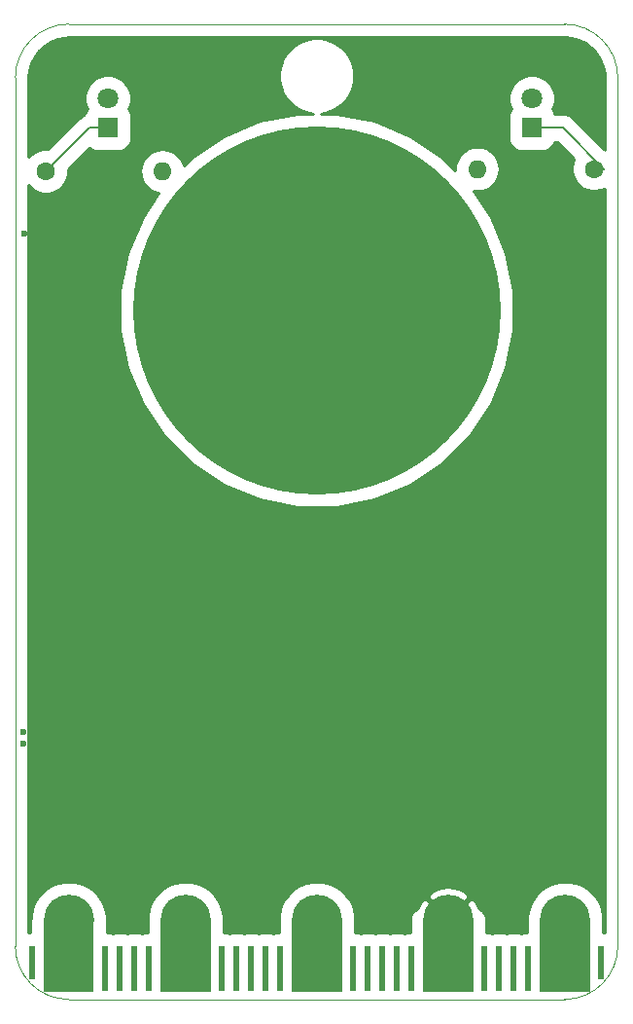
<source format=gtl>
%TF.GenerationSoftware,KiCad,Pcbnew,(5.1.2)-2*%
%TF.CreationDate,2019-08-12T12:17:33+02:00*%
%TF.ProjectId,badge,62616467-652e-46b6-9963-61645f706362,1*%
%TF.SameCoordinates,Original*%
%TF.FileFunction,Copper,L1,Top*%
%TF.FilePolarity,Positive*%
%FSLAX46Y46*%
G04 Gerber Fmt 4.6, Leading zero omitted, Abs format (unit mm)*
G04 Created by KiCad (PCBNEW (5.1.2)-2) date 2019-08-12 12:17:33*
%MOMM*%
%LPD*%
G04 APERTURE LIST*
%ADD10C,0.038100*%
%ADD11C,0.152400*%
%ADD12O,1.600000X1.600000*%
%ADD13C,1.600000*%
%ADD14C,1.800000*%
%ADD15R,1.800000X1.800000*%
%ADD16C,4.370000*%
%ADD17R,0.560000X3.000000*%
%ADD18R,0.560000X4.000000*%
%ADD19C,32.000000*%
%ADD20C,0.600000*%
%ADD21C,0.200000*%
%ADD22C,0.254000*%
G04 APERTURE END LIST*
D10*
X45760000Y-54640000D02*
G75*
G02X50400000Y-50000000I4640000J0D01*
G01*
X93570000Y-50000000D02*
G75*
G02X98210000Y-54640000I0J-4640000D01*
G01*
X98220000Y-130190000D02*
G75*
G02X93580000Y-134830000I-4640000J0D01*
G01*
X50390000Y-134830000D02*
G75*
G02X45750000Y-130190000I0J4640000D01*
G01*
X45760000Y-54640000D02*
X45750000Y-130190000D01*
X93570000Y-50000000D02*
X50400000Y-50000000D01*
X98220000Y-130190000D02*
X98210000Y-54640000D01*
X50390000Y-134830000D02*
X93580000Y-134830000D01*
D11*
G36*
X69818760Y-134145860D02*
G01*
X69816220Y-127905080D01*
X74190100Y-127900000D01*
X74190100Y-134145860D01*
X69818760Y-134145860D01*
G37*
G36*
X58378760Y-134145860D02*
G01*
X58376220Y-127905080D01*
X62750100Y-127900000D01*
X62750100Y-134145860D01*
X58378760Y-134145860D01*
G37*
G36*
X81258760Y-134145860D02*
G01*
X81256220Y-127905080D01*
X85630100Y-127900000D01*
X85630100Y-134145860D01*
X81258760Y-134145860D01*
G37*
G36*
X48208760Y-134145860D02*
G01*
X48206220Y-127905080D01*
X52580100Y-127900000D01*
X52580100Y-134145860D01*
X48208760Y-134145860D01*
G37*
G36*
X91428760Y-134145860D02*
G01*
X91426220Y-127905080D01*
X95800100Y-127900000D01*
X95800100Y-134145860D01*
X91428760Y-134145860D01*
G37*
G36*
X91428760Y-134145860D02*
G01*
X91426220Y-127905080D01*
X95800100Y-127900000D01*
X95800100Y-134145860D01*
X91428760Y-134145860D01*
G37*
G36*
X81258760Y-134145860D02*
G01*
X81256220Y-127905080D01*
X85630100Y-127900000D01*
X85630100Y-134145860D01*
X81258760Y-134145860D01*
G37*
G36*
X69818760Y-134145860D02*
G01*
X69816220Y-127905080D01*
X74190100Y-127900000D01*
X74190100Y-134145860D01*
X69818760Y-134145860D01*
G37*
G36*
X58378760Y-134145860D02*
G01*
X58376220Y-127905080D01*
X62750100Y-127900000D01*
X62750100Y-134145860D01*
X58378760Y-134145860D01*
G37*
G36*
X48208760Y-134145860D02*
G01*
X48206220Y-127905080D01*
X52580100Y-127900000D01*
X52580100Y-134145860D01*
X48208760Y-134145860D01*
G37*
D12*
X85976400Y-62600000D03*
D13*
X96136400Y-62600000D03*
D12*
X58560000Y-62800000D03*
D13*
X48400000Y-62800000D03*
D14*
X53800000Y-56460000D03*
D15*
X53800000Y-59000000D03*
D14*
X90736400Y-56460000D03*
D15*
X90736400Y-59000000D03*
D16*
X93623320Y-127889840D03*
X83453320Y-127889840D03*
X72013320Y-127889840D03*
X60573320Y-127889840D03*
X50403320Y-127889840D03*
D17*
X47233920Y-131650000D03*
D18*
X57393920Y-132163640D03*
X53583920Y-132163640D03*
X56123920Y-132163640D03*
X63743920Y-132163640D03*
X65013920Y-132163640D03*
X66283920Y-132163640D03*
X54853920Y-132163640D03*
X67553920Y-132163640D03*
X80253920Y-132163640D03*
X68823920Y-132163640D03*
X78983920Y-132163640D03*
D17*
X96763920Y-131650000D03*
D18*
X86603920Y-132163640D03*
X90413920Y-132163640D03*
X89143920Y-132163640D03*
X76443920Y-132163640D03*
X87873920Y-132163640D03*
X75173920Y-132163640D03*
X77713920Y-132163640D03*
D19*
X72000000Y-74900000D03*
D20*
X46460000Y-111540000D03*
X46480000Y-112600000D03*
X86500000Y-122500000D03*
X86500000Y-121000000D03*
X80500000Y-122500000D03*
X80500000Y-121000000D03*
X46500000Y-68250000D03*
X47750000Y-68250000D03*
D21*
X52200000Y-59000000D02*
X48400000Y-62800000D01*
X53800000Y-59000000D02*
X52200000Y-59000000D01*
X93400000Y-59000000D02*
X97000000Y-62600000D01*
X91600000Y-59000000D02*
X93400000Y-59000000D01*
D22*
G36*
X94205839Y-51209303D02*
G01*
X94820390Y-51382625D01*
X95393064Y-51665036D01*
X95904676Y-52047075D01*
X96338105Y-52515956D01*
X96678830Y-53055970D01*
X96915440Y-53649037D01*
X97044429Y-54297509D01*
X97063954Y-54670086D01*
X97064779Y-60902740D01*
X97049177Y-60892315D01*
X97012265Y-60877026D01*
X94310239Y-58175000D01*
X94271817Y-58128183D01*
X94084983Y-57974851D01*
X93871824Y-57860916D01*
X93640534Y-57790755D01*
X93460268Y-57773000D01*
X93460260Y-57773000D01*
X93400000Y-57767065D01*
X93339740Y-57773000D01*
X92714917Y-57773000D01*
X92682650Y-57666629D01*
X92578000Y-57470843D01*
X92533941Y-57417158D01*
X92685504Y-57051254D01*
X92763400Y-56659642D01*
X92763400Y-56260358D01*
X92685504Y-55868746D01*
X92532704Y-55499855D01*
X92310874Y-55167863D01*
X92028537Y-54885526D01*
X91696545Y-54663696D01*
X91327654Y-54510896D01*
X90936042Y-54433000D01*
X90536758Y-54433000D01*
X90145146Y-54510896D01*
X89776255Y-54663696D01*
X89444263Y-54885526D01*
X89161926Y-55167863D01*
X88940096Y-55499855D01*
X88787296Y-55868746D01*
X88709400Y-56260358D01*
X88709400Y-56659642D01*
X88787296Y-57051254D01*
X88938859Y-57417158D01*
X88894800Y-57470843D01*
X88790150Y-57666629D01*
X88725707Y-57879069D01*
X88703947Y-58100000D01*
X88703947Y-59900000D01*
X88725707Y-60120931D01*
X88790150Y-60333371D01*
X88894800Y-60529157D01*
X89035635Y-60700765D01*
X89207243Y-60841600D01*
X89403029Y-60946250D01*
X89615469Y-61010693D01*
X89836400Y-61032453D01*
X91636400Y-61032453D01*
X91857331Y-61010693D01*
X92069771Y-60946250D01*
X92265557Y-60841600D01*
X92437165Y-60700765D01*
X92578000Y-60529157D01*
X92682650Y-60333371D01*
X92714917Y-60227000D01*
X92891761Y-60227000D01*
X94406241Y-61741480D01*
X94283453Y-62037915D01*
X94209400Y-62410207D01*
X94209400Y-62789793D01*
X94283453Y-63162085D01*
X94428715Y-63512777D01*
X94639601Y-63828391D01*
X94908009Y-64096799D01*
X95223623Y-64307685D01*
X95574315Y-64452947D01*
X95946607Y-64527000D01*
X96326193Y-64527000D01*
X96698485Y-64452947D01*
X97049177Y-64307685D01*
X97065229Y-64296960D01*
X97073796Y-129020490D01*
X97043920Y-129017547D01*
X96927100Y-129017547D01*
X96927100Y-128257368D01*
X96935320Y-128216043D01*
X96935320Y-127563637D01*
X96808041Y-126923765D01*
X96558376Y-126321020D01*
X96195918Y-125778563D01*
X95734597Y-125317242D01*
X95192140Y-124954784D01*
X94589395Y-124705119D01*
X93949523Y-124577840D01*
X93297117Y-124577840D01*
X92657245Y-124705119D01*
X92054500Y-124954784D01*
X91512043Y-125317242D01*
X91050722Y-125778563D01*
X90688264Y-126321020D01*
X90438599Y-126923765D01*
X90311320Y-127563637D01*
X90311320Y-127782283D01*
X90311053Y-127784857D01*
X90299324Y-127889804D01*
X90299268Y-127898240D01*
X90299239Y-127898521D01*
X90299265Y-127898798D01*
X90299220Y-127905539D01*
X90299678Y-129031187D01*
X90133920Y-129031187D01*
X89912989Y-129052947D01*
X89778920Y-129093616D01*
X89644851Y-129052947D01*
X89423920Y-129031187D01*
X88863920Y-129031187D01*
X88642989Y-129052947D01*
X88508920Y-129093616D01*
X88374851Y-129052947D01*
X88153920Y-129031187D01*
X87593920Y-129031187D01*
X87372989Y-129052947D01*
X87238920Y-129093616D01*
X87104851Y-129052947D01*
X86883920Y-129031187D01*
X86757100Y-129031187D01*
X86757100Y-127900000D01*
X86746694Y-127793873D01*
X86736892Y-127687535D01*
X86735957Y-127684372D01*
X86735636Y-127681098D01*
X86704823Y-127579041D01*
X86674545Y-127476605D01*
X86673015Y-127473686D01*
X86672063Y-127470534D01*
X86622000Y-127376379D01*
X86572416Y-127281801D01*
X86570347Y-127279234D01*
X86568802Y-127276328D01*
X86501444Y-127193739D01*
X86434395Y-127110544D01*
X86431865Y-127108426D01*
X86429786Y-127105877D01*
X86347696Y-127037966D01*
X86265738Y-126969358D01*
X86262844Y-126967772D01*
X86260310Y-126965675D01*
X86166571Y-126914990D01*
X86090720Y-126873405D01*
X86065191Y-126790903D01*
X85818133Y-126328684D01*
X85432426Y-126090340D01*
X84748742Y-126774023D01*
X84389114Y-126774441D01*
X85252820Y-125910734D01*
X85014476Y-125525027D01*
X84523127Y-125265900D01*
X83990665Y-125107610D01*
X83437554Y-125056240D01*
X82885049Y-125113763D01*
X82354383Y-125277969D01*
X81892164Y-125525027D01*
X81653820Y-125910734D01*
X82519698Y-126776612D01*
X82160903Y-126777029D01*
X81474214Y-126090340D01*
X81088507Y-126328684D01*
X80829380Y-126820033D01*
X80814705Y-126869396D01*
X80732390Y-126913286D01*
X80638732Y-126962298D01*
X80635319Y-126965044D01*
X80631458Y-126967103D01*
X80549745Y-127033905D01*
X80467371Y-127100190D01*
X80464555Y-127103549D01*
X80461169Y-127106317D01*
X80394002Y-127187701D01*
X80326058Y-127268741D01*
X80323948Y-127272583D01*
X80321164Y-127275956D01*
X80271064Y-127368870D01*
X80220173Y-127461529D01*
X80218850Y-127465704D01*
X80216773Y-127469557D01*
X80185650Y-127570516D01*
X80153753Y-127671213D01*
X80153267Y-127675563D01*
X80151977Y-127679747D01*
X80141053Y-127784857D01*
X80129324Y-127889804D01*
X80129268Y-127898240D01*
X80129239Y-127898521D01*
X80129265Y-127898798D01*
X80129220Y-127905539D01*
X80129678Y-129031187D01*
X79973920Y-129031187D01*
X79752989Y-129052947D01*
X79618920Y-129093616D01*
X79484851Y-129052947D01*
X79263920Y-129031187D01*
X78703920Y-129031187D01*
X78482989Y-129052947D01*
X78348920Y-129093616D01*
X78214851Y-129052947D01*
X77993920Y-129031187D01*
X77433920Y-129031187D01*
X77212989Y-129052947D01*
X77078920Y-129093616D01*
X76944851Y-129052947D01*
X76723920Y-129031187D01*
X76163920Y-129031187D01*
X75942989Y-129052947D01*
X75808920Y-129093616D01*
X75674851Y-129052947D01*
X75453920Y-129031187D01*
X75317100Y-129031187D01*
X75317100Y-128257368D01*
X75325320Y-128216043D01*
X75325320Y-127563637D01*
X75198041Y-126923765D01*
X74948376Y-126321020D01*
X74585918Y-125778563D01*
X74124597Y-125317242D01*
X73582140Y-124954784D01*
X72979395Y-124705119D01*
X72339523Y-124577840D01*
X71687117Y-124577840D01*
X71047245Y-124705119D01*
X70444500Y-124954784D01*
X69902043Y-125317242D01*
X69440722Y-125778563D01*
X69078264Y-126321020D01*
X68828599Y-126923765D01*
X68701320Y-127563637D01*
X68701320Y-127782283D01*
X68701053Y-127784857D01*
X68689324Y-127889804D01*
X68689268Y-127898240D01*
X68689239Y-127898521D01*
X68689265Y-127898798D01*
X68689220Y-127905539D01*
X68689678Y-129031187D01*
X68543920Y-129031187D01*
X68322989Y-129052947D01*
X68188920Y-129093616D01*
X68054851Y-129052947D01*
X67833920Y-129031187D01*
X67273920Y-129031187D01*
X67052989Y-129052947D01*
X66918920Y-129093616D01*
X66784851Y-129052947D01*
X66563920Y-129031187D01*
X66003920Y-129031187D01*
X65782989Y-129052947D01*
X65648920Y-129093616D01*
X65514851Y-129052947D01*
X65293920Y-129031187D01*
X64733920Y-129031187D01*
X64512989Y-129052947D01*
X64378920Y-129093616D01*
X64244851Y-129052947D01*
X64023920Y-129031187D01*
X63877100Y-129031187D01*
X63877100Y-128257368D01*
X63885320Y-128216043D01*
X63885320Y-127563637D01*
X63758041Y-126923765D01*
X63508376Y-126321020D01*
X63145918Y-125778563D01*
X62684597Y-125317242D01*
X62142140Y-124954784D01*
X61539395Y-124705119D01*
X60899523Y-124577840D01*
X60247117Y-124577840D01*
X59607245Y-124705119D01*
X59004500Y-124954784D01*
X58462043Y-125317242D01*
X58000722Y-125778563D01*
X57638264Y-126321020D01*
X57388599Y-126923765D01*
X57261320Y-127563637D01*
X57261320Y-127782283D01*
X57261053Y-127784857D01*
X57249324Y-127889804D01*
X57249268Y-127898240D01*
X57249239Y-127898521D01*
X57249265Y-127898798D01*
X57249220Y-127905539D01*
X57249678Y-129031187D01*
X57113920Y-129031187D01*
X56892989Y-129052947D01*
X56758920Y-129093616D01*
X56624851Y-129052947D01*
X56403920Y-129031187D01*
X55843920Y-129031187D01*
X55622989Y-129052947D01*
X55488920Y-129093616D01*
X55354851Y-129052947D01*
X55133920Y-129031187D01*
X54573920Y-129031187D01*
X54352989Y-129052947D01*
X54218920Y-129093616D01*
X54084851Y-129052947D01*
X53863920Y-129031187D01*
X53707100Y-129031187D01*
X53707100Y-128257368D01*
X53715320Y-128216043D01*
X53715320Y-127563637D01*
X53588041Y-126923765D01*
X53338376Y-126321020D01*
X52975918Y-125778563D01*
X52514597Y-125317242D01*
X51972140Y-124954784D01*
X51369395Y-124705119D01*
X50729523Y-124577840D01*
X50077117Y-124577840D01*
X49437245Y-124705119D01*
X48834500Y-124954784D01*
X48292043Y-125317242D01*
X47830722Y-125778563D01*
X47468264Y-126321020D01*
X47218599Y-126923765D01*
X47091320Y-127563637D01*
X47091320Y-127782283D01*
X47091053Y-127784857D01*
X47079324Y-127889804D01*
X47079268Y-127898240D01*
X47079239Y-127898521D01*
X47079265Y-127898798D01*
X47079220Y-127905539D01*
X47079673Y-129017547D01*
X46953920Y-129017547D01*
X46896204Y-129023232D01*
X46903591Y-73213138D01*
X54873000Y-73213138D01*
X54873000Y-76586862D01*
X55531181Y-79895762D01*
X56822250Y-83012677D01*
X58696591Y-85817826D01*
X61082174Y-88203409D01*
X63887323Y-90077750D01*
X67004238Y-91368819D01*
X70313138Y-92027000D01*
X73686862Y-92027000D01*
X76995762Y-91368819D01*
X80112677Y-90077750D01*
X82917826Y-88203409D01*
X85303409Y-85817826D01*
X87177750Y-83012677D01*
X88468819Y-79895762D01*
X89127000Y-76586862D01*
X89127000Y-73213138D01*
X88468819Y-69904238D01*
X87177750Y-66787323D01*
X85652354Y-64504407D01*
X85881742Y-64527000D01*
X86071058Y-64527000D01*
X86354158Y-64499117D01*
X86717399Y-64388929D01*
X87052163Y-64209994D01*
X87345587Y-63969187D01*
X87586394Y-63675763D01*
X87765329Y-63340999D01*
X87875517Y-62977758D01*
X87912723Y-62600000D01*
X87875517Y-62222242D01*
X87765329Y-61859001D01*
X87586394Y-61524237D01*
X87345587Y-61230813D01*
X87052163Y-60990006D01*
X86717399Y-60811071D01*
X86354158Y-60700883D01*
X86071058Y-60673000D01*
X85881742Y-60673000D01*
X85598642Y-60700883D01*
X85235401Y-60811071D01*
X84900637Y-60990006D01*
X84607213Y-61230813D01*
X84366406Y-61524237D01*
X84187471Y-61859001D01*
X84077283Y-62222242D01*
X84040077Y-62600000D01*
X84053061Y-62731826D01*
X82917826Y-61596591D01*
X80112677Y-59722250D01*
X76995762Y-58431181D01*
X73686862Y-57773000D01*
X72342865Y-57773000D01*
X72955866Y-57651067D01*
X73552242Y-57404040D01*
X74088966Y-57045412D01*
X74545412Y-56588966D01*
X74904040Y-56052242D01*
X75151067Y-55455866D01*
X75277000Y-54822756D01*
X75277000Y-54177244D01*
X75151067Y-53544134D01*
X74904040Y-52947758D01*
X74545412Y-52411034D01*
X74088966Y-51954588D01*
X73552242Y-51595960D01*
X72955866Y-51348933D01*
X72322756Y-51223000D01*
X71677244Y-51223000D01*
X71044134Y-51348933D01*
X70447758Y-51595960D01*
X69911034Y-51954588D01*
X69454588Y-52411034D01*
X69095960Y-52947758D01*
X68848933Y-53544134D01*
X68723000Y-54177244D01*
X68723000Y-54822756D01*
X68848933Y-55455866D01*
X69095960Y-56052242D01*
X69454588Y-56588966D01*
X69911034Y-57045412D01*
X70447758Y-57404040D01*
X71044134Y-57651067D01*
X71657135Y-57773000D01*
X70313138Y-57773000D01*
X67004238Y-58431181D01*
X63887323Y-59722250D01*
X61082174Y-61596591D01*
X60411964Y-62266801D01*
X60348929Y-62059001D01*
X60169994Y-61724237D01*
X59929187Y-61430813D01*
X59635763Y-61190006D01*
X59300999Y-61011071D01*
X58937758Y-60900883D01*
X58654658Y-60873000D01*
X58465342Y-60873000D01*
X58182242Y-60900883D01*
X57819001Y-61011071D01*
X57484237Y-61190006D01*
X57190813Y-61430813D01*
X56950006Y-61724237D01*
X56771071Y-62059001D01*
X56660883Y-62422242D01*
X56623677Y-62800000D01*
X56660883Y-63177758D01*
X56771071Y-63540999D01*
X56950006Y-63875763D01*
X57190813Y-64169187D01*
X57484237Y-64409994D01*
X57819001Y-64588929D01*
X58182242Y-64699117D01*
X58215365Y-64702379D01*
X56822250Y-66787323D01*
X55531181Y-69904238D01*
X54873000Y-73213138D01*
X46903591Y-73213138D01*
X46904807Y-64029997D01*
X47171609Y-64296799D01*
X47487223Y-64507685D01*
X47837915Y-64652947D01*
X48210207Y-64727000D01*
X48589793Y-64727000D01*
X48962085Y-64652947D01*
X49312777Y-64507685D01*
X49628391Y-64296799D01*
X49896799Y-64028391D01*
X50107685Y-63712777D01*
X50252947Y-63362085D01*
X50327000Y-62989793D01*
X50327000Y-62610207D01*
X50326674Y-62608566D01*
X52173515Y-60761725D01*
X52270843Y-60841600D01*
X52466629Y-60946250D01*
X52679069Y-61010693D01*
X52900000Y-61032453D01*
X54700000Y-61032453D01*
X54920931Y-61010693D01*
X55133371Y-60946250D01*
X55329157Y-60841600D01*
X55500765Y-60700765D01*
X55641600Y-60529157D01*
X55746250Y-60333371D01*
X55810693Y-60120931D01*
X55832453Y-59900000D01*
X55832453Y-58100000D01*
X55810693Y-57879069D01*
X55746250Y-57666629D01*
X55641600Y-57470843D01*
X55597541Y-57417158D01*
X55749104Y-57051254D01*
X55827000Y-56659642D01*
X55827000Y-56260358D01*
X55749104Y-55868746D01*
X55596304Y-55499855D01*
X55374474Y-55167863D01*
X55092137Y-54885526D01*
X54760145Y-54663696D01*
X54391254Y-54510896D01*
X53999642Y-54433000D01*
X53600358Y-54433000D01*
X53208746Y-54510896D01*
X52839855Y-54663696D01*
X52507863Y-54885526D01*
X52225526Y-55167863D01*
X52003696Y-55499855D01*
X51850896Y-55868746D01*
X51773000Y-56260358D01*
X51773000Y-56659642D01*
X51850896Y-57051254D01*
X52002459Y-57417158D01*
X51958400Y-57470843D01*
X51853750Y-57666629D01*
X51801567Y-57838653D01*
X51728176Y-57860916D01*
X51515017Y-57974851D01*
X51328183Y-58128183D01*
X51289765Y-58174995D01*
X48591434Y-60873326D01*
X48589793Y-60873000D01*
X48210207Y-60873000D01*
X47837915Y-60947053D01*
X47487223Y-61092315D01*
X47171609Y-61303201D01*
X46905132Y-61569678D01*
X46906043Y-54692620D01*
X46969303Y-54004161D01*
X47142625Y-53389610D01*
X47425036Y-52816936D01*
X47807075Y-52305324D01*
X48275956Y-51871895D01*
X48815970Y-51531170D01*
X49409037Y-51294560D01*
X50057509Y-51165571D01*
X50430002Y-51146050D01*
X93517460Y-51146050D01*
X94205839Y-51209303D01*
X94205839Y-51209303D01*
G37*
X94205839Y-51209303D02*
X94820390Y-51382625D01*
X95393064Y-51665036D01*
X95904676Y-52047075D01*
X96338105Y-52515956D01*
X96678830Y-53055970D01*
X96915440Y-53649037D01*
X97044429Y-54297509D01*
X97063954Y-54670086D01*
X97064779Y-60902740D01*
X97049177Y-60892315D01*
X97012265Y-60877026D01*
X94310239Y-58175000D01*
X94271817Y-58128183D01*
X94084983Y-57974851D01*
X93871824Y-57860916D01*
X93640534Y-57790755D01*
X93460268Y-57773000D01*
X93460260Y-57773000D01*
X93400000Y-57767065D01*
X93339740Y-57773000D01*
X92714917Y-57773000D01*
X92682650Y-57666629D01*
X92578000Y-57470843D01*
X92533941Y-57417158D01*
X92685504Y-57051254D01*
X92763400Y-56659642D01*
X92763400Y-56260358D01*
X92685504Y-55868746D01*
X92532704Y-55499855D01*
X92310874Y-55167863D01*
X92028537Y-54885526D01*
X91696545Y-54663696D01*
X91327654Y-54510896D01*
X90936042Y-54433000D01*
X90536758Y-54433000D01*
X90145146Y-54510896D01*
X89776255Y-54663696D01*
X89444263Y-54885526D01*
X89161926Y-55167863D01*
X88940096Y-55499855D01*
X88787296Y-55868746D01*
X88709400Y-56260358D01*
X88709400Y-56659642D01*
X88787296Y-57051254D01*
X88938859Y-57417158D01*
X88894800Y-57470843D01*
X88790150Y-57666629D01*
X88725707Y-57879069D01*
X88703947Y-58100000D01*
X88703947Y-59900000D01*
X88725707Y-60120931D01*
X88790150Y-60333371D01*
X88894800Y-60529157D01*
X89035635Y-60700765D01*
X89207243Y-60841600D01*
X89403029Y-60946250D01*
X89615469Y-61010693D01*
X89836400Y-61032453D01*
X91636400Y-61032453D01*
X91857331Y-61010693D01*
X92069771Y-60946250D01*
X92265557Y-60841600D01*
X92437165Y-60700765D01*
X92578000Y-60529157D01*
X92682650Y-60333371D01*
X92714917Y-60227000D01*
X92891761Y-60227000D01*
X94406241Y-61741480D01*
X94283453Y-62037915D01*
X94209400Y-62410207D01*
X94209400Y-62789793D01*
X94283453Y-63162085D01*
X94428715Y-63512777D01*
X94639601Y-63828391D01*
X94908009Y-64096799D01*
X95223623Y-64307685D01*
X95574315Y-64452947D01*
X95946607Y-64527000D01*
X96326193Y-64527000D01*
X96698485Y-64452947D01*
X97049177Y-64307685D01*
X97065229Y-64296960D01*
X97073796Y-129020490D01*
X97043920Y-129017547D01*
X96927100Y-129017547D01*
X96927100Y-128257368D01*
X96935320Y-128216043D01*
X96935320Y-127563637D01*
X96808041Y-126923765D01*
X96558376Y-126321020D01*
X96195918Y-125778563D01*
X95734597Y-125317242D01*
X95192140Y-124954784D01*
X94589395Y-124705119D01*
X93949523Y-124577840D01*
X93297117Y-124577840D01*
X92657245Y-124705119D01*
X92054500Y-124954784D01*
X91512043Y-125317242D01*
X91050722Y-125778563D01*
X90688264Y-126321020D01*
X90438599Y-126923765D01*
X90311320Y-127563637D01*
X90311320Y-127782283D01*
X90311053Y-127784857D01*
X90299324Y-127889804D01*
X90299268Y-127898240D01*
X90299239Y-127898521D01*
X90299265Y-127898798D01*
X90299220Y-127905539D01*
X90299678Y-129031187D01*
X90133920Y-129031187D01*
X89912989Y-129052947D01*
X89778920Y-129093616D01*
X89644851Y-129052947D01*
X89423920Y-129031187D01*
X88863920Y-129031187D01*
X88642989Y-129052947D01*
X88508920Y-129093616D01*
X88374851Y-129052947D01*
X88153920Y-129031187D01*
X87593920Y-129031187D01*
X87372989Y-129052947D01*
X87238920Y-129093616D01*
X87104851Y-129052947D01*
X86883920Y-129031187D01*
X86757100Y-129031187D01*
X86757100Y-127900000D01*
X86746694Y-127793873D01*
X86736892Y-127687535D01*
X86735957Y-127684372D01*
X86735636Y-127681098D01*
X86704823Y-127579041D01*
X86674545Y-127476605D01*
X86673015Y-127473686D01*
X86672063Y-127470534D01*
X86622000Y-127376379D01*
X86572416Y-127281801D01*
X86570347Y-127279234D01*
X86568802Y-127276328D01*
X86501444Y-127193739D01*
X86434395Y-127110544D01*
X86431865Y-127108426D01*
X86429786Y-127105877D01*
X86347696Y-127037966D01*
X86265738Y-126969358D01*
X86262844Y-126967772D01*
X86260310Y-126965675D01*
X86166571Y-126914990D01*
X86090720Y-126873405D01*
X86065191Y-126790903D01*
X85818133Y-126328684D01*
X85432426Y-126090340D01*
X84748742Y-126774023D01*
X84389114Y-126774441D01*
X85252820Y-125910734D01*
X85014476Y-125525027D01*
X84523127Y-125265900D01*
X83990665Y-125107610D01*
X83437554Y-125056240D01*
X82885049Y-125113763D01*
X82354383Y-125277969D01*
X81892164Y-125525027D01*
X81653820Y-125910734D01*
X82519698Y-126776612D01*
X82160903Y-126777029D01*
X81474214Y-126090340D01*
X81088507Y-126328684D01*
X80829380Y-126820033D01*
X80814705Y-126869396D01*
X80732390Y-126913286D01*
X80638732Y-126962298D01*
X80635319Y-126965044D01*
X80631458Y-126967103D01*
X80549745Y-127033905D01*
X80467371Y-127100190D01*
X80464555Y-127103549D01*
X80461169Y-127106317D01*
X80394002Y-127187701D01*
X80326058Y-127268741D01*
X80323948Y-127272583D01*
X80321164Y-127275956D01*
X80271064Y-127368870D01*
X80220173Y-127461529D01*
X80218850Y-127465704D01*
X80216773Y-127469557D01*
X80185650Y-127570516D01*
X80153753Y-127671213D01*
X80153267Y-127675563D01*
X80151977Y-127679747D01*
X80141053Y-127784857D01*
X80129324Y-127889804D01*
X80129268Y-127898240D01*
X80129239Y-127898521D01*
X80129265Y-127898798D01*
X80129220Y-127905539D01*
X80129678Y-129031187D01*
X79973920Y-129031187D01*
X79752989Y-129052947D01*
X79618920Y-129093616D01*
X79484851Y-129052947D01*
X79263920Y-129031187D01*
X78703920Y-129031187D01*
X78482989Y-129052947D01*
X78348920Y-129093616D01*
X78214851Y-129052947D01*
X77993920Y-129031187D01*
X77433920Y-129031187D01*
X77212989Y-129052947D01*
X77078920Y-129093616D01*
X76944851Y-129052947D01*
X76723920Y-129031187D01*
X76163920Y-129031187D01*
X75942989Y-129052947D01*
X75808920Y-129093616D01*
X75674851Y-129052947D01*
X75453920Y-129031187D01*
X75317100Y-129031187D01*
X75317100Y-128257368D01*
X75325320Y-128216043D01*
X75325320Y-127563637D01*
X75198041Y-126923765D01*
X74948376Y-126321020D01*
X74585918Y-125778563D01*
X74124597Y-125317242D01*
X73582140Y-124954784D01*
X72979395Y-124705119D01*
X72339523Y-124577840D01*
X71687117Y-124577840D01*
X71047245Y-124705119D01*
X70444500Y-124954784D01*
X69902043Y-125317242D01*
X69440722Y-125778563D01*
X69078264Y-126321020D01*
X68828599Y-126923765D01*
X68701320Y-127563637D01*
X68701320Y-127782283D01*
X68701053Y-127784857D01*
X68689324Y-127889804D01*
X68689268Y-127898240D01*
X68689239Y-127898521D01*
X68689265Y-127898798D01*
X68689220Y-127905539D01*
X68689678Y-129031187D01*
X68543920Y-129031187D01*
X68322989Y-129052947D01*
X68188920Y-129093616D01*
X68054851Y-129052947D01*
X67833920Y-129031187D01*
X67273920Y-129031187D01*
X67052989Y-129052947D01*
X66918920Y-129093616D01*
X66784851Y-129052947D01*
X66563920Y-129031187D01*
X66003920Y-129031187D01*
X65782989Y-129052947D01*
X65648920Y-129093616D01*
X65514851Y-129052947D01*
X65293920Y-129031187D01*
X64733920Y-129031187D01*
X64512989Y-129052947D01*
X64378920Y-129093616D01*
X64244851Y-129052947D01*
X64023920Y-129031187D01*
X63877100Y-129031187D01*
X63877100Y-128257368D01*
X63885320Y-128216043D01*
X63885320Y-127563637D01*
X63758041Y-126923765D01*
X63508376Y-126321020D01*
X63145918Y-125778563D01*
X62684597Y-125317242D01*
X62142140Y-124954784D01*
X61539395Y-124705119D01*
X60899523Y-124577840D01*
X60247117Y-124577840D01*
X59607245Y-124705119D01*
X59004500Y-124954784D01*
X58462043Y-125317242D01*
X58000722Y-125778563D01*
X57638264Y-126321020D01*
X57388599Y-126923765D01*
X57261320Y-127563637D01*
X57261320Y-127782283D01*
X57261053Y-127784857D01*
X57249324Y-127889804D01*
X57249268Y-127898240D01*
X57249239Y-127898521D01*
X57249265Y-127898798D01*
X57249220Y-127905539D01*
X57249678Y-129031187D01*
X57113920Y-129031187D01*
X56892989Y-129052947D01*
X56758920Y-129093616D01*
X56624851Y-129052947D01*
X56403920Y-129031187D01*
X55843920Y-129031187D01*
X55622989Y-129052947D01*
X55488920Y-129093616D01*
X55354851Y-129052947D01*
X55133920Y-129031187D01*
X54573920Y-129031187D01*
X54352989Y-129052947D01*
X54218920Y-129093616D01*
X54084851Y-129052947D01*
X53863920Y-129031187D01*
X53707100Y-129031187D01*
X53707100Y-128257368D01*
X53715320Y-128216043D01*
X53715320Y-127563637D01*
X53588041Y-126923765D01*
X53338376Y-126321020D01*
X52975918Y-125778563D01*
X52514597Y-125317242D01*
X51972140Y-124954784D01*
X51369395Y-124705119D01*
X50729523Y-124577840D01*
X50077117Y-124577840D01*
X49437245Y-124705119D01*
X48834500Y-124954784D01*
X48292043Y-125317242D01*
X47830722Y-125778563D01*
X47468264Y-126321020D01*
X47218599Y-126923765D01*
X47091320Y-127563637D01*
X47091320Y-127782283D01*
X47091053Y-127784857D01*
X47079324Y-127889804D01*
X47079268Y-127898240D01*
X47079239Y-127898521D01*
X47079265Y-127898798D01*
X47079220Y-127905539D01*
X47079673Y-129017547D01*
X46953920Y-129017547D01*
X46896204Y-129023232D01*
X46903591Y-73213138D01*
X54873000Y-73213138D01*
X54873000Y-76586862D01*
X55531181Y-79895762D01*
X56822250Y-83012677D01*
X58696591Y-85817826D01*
X61082174Y-88203409D01*
X63887323Y-90077750D01*
X67004238Y-91368819D01*
X70313138Y-92027000D01*
X73686862Y-92027000D01*
X76995762Y-91368819D01*
X80112677Y-90077750D01*
X82917826Y-88203409D01*
X85303409Y-85817826D01*
X87177750Y-83012677D01*
X88468819Y-79895762D01*
X89127000Y-76586862D01*
X89127000Y-73213138D01*
X88468819Y-69904238D01*
X87177750Y-66787323D01*
X85652354Y-64504407D01*
X85881742Y-64527000D01*
X86071058Y-64527000D01*
X86354158Y-64499117D01*
X86717399Y-64388929D01*
X87052163Y-64209994D01*
X87345587Y-63969187D01*
X87586394Y-63675763D01*
X87765329Y-63340999D01*
X87875517Y-62977758D01*
X87912723Y-62600000D01*
X87875517Y-62222242D01*
X87765329Y-61859001D01*
X87586394Y-61524237D01*
X87345587Y-61230813D01*
X87052163Y-60990006D01*
X86717399Y-60811071D01*
X86354158Y-60700883D01*
X86071058Y-60673000D01*
X85881742Y-60673000D01*
X85598642Y-60700883D01*
X85235401Y-60811071D01*
X84900637Y-60990006D01*
X84607213Y-61230813D01*
X84366406Y-61524237D01*
X84187471Y-61859001D01*
X84077283Y-62222242D01*
X84040077Y-62600000D01*
X84053061Y-62731826D01*
X82917826Y-61596591D01*
X80112677Y-59722250D01*
X76995762Y-58431181D01*
X73686862Y-57773000D01*
X72342865Y-57773000D01*
X72955866Y-57651067D01*
X73552242Y-57404040D01*
X74088966Y-57045412D01*
X74545412Y-56588966D01*
X74904040Y-56052242D01*
X75151067Y-55455866D01*
X75277000Y-54822756D01*
X75277000Y-54177244D01*
X75151067Y-53544134D01*
X74904040Y-52947758D01*
X74545412Y-52411034D01*
X74088966Y-51954588D01*
X73552242Y-51595960D01*
X72955866Y-51348933D01*
X72322756Y-51223000D01*
X71677244Y-51223000D01*
X71044134Y-51348933D01*
X70447758Y-51595960D01*
X69911034Y-51954588D01*
X69454588Y-52411034D01*
X69095960Y-52947758D01*
X68848933Y-53544134D01*
X68723000Y-54177244D01*
X68723000Y-54822756D01*
X68848933Y-55455866D01*
X69095960Y-56052242D01*
X69454588Y-56588966D01*
X69911034Y-57045412D01*
X70447758Y-57404040D01*
X71044134Y-57651067D01*
X71657135Y-57773000D01*
X70313138Y-57773000D01*
X67004238Y-58431181D01*
X63887323Y-59722250D01*
X61082174Y-61596591D01*
X60411964Y-62266801D01*
X60348929Y-62059001D01*
X60169994Y-61724237D01*
X59929187Y-61430813D01*
X59635763Y-61190006D01*
X59300999Y-61011071D01*
X58937758Y-60900883D01*
X58654658Y-60873000D01*
X58465342Y-60873000D01*
X58182242Y-60900883D01*
X57819001Y-61011071D01*
X57484237Y-61190006D01*
X57190813Y-61430813D01*
X56950006Y-61724237D01*
X56771071Y-62059001D01*
X56660883Y-62422242D01*
X56623677Y-62800000D01*
X56660883Y-63177758D01*
X56771071Y-63540999D01*
X56950006Y-63875763D01*
X57190813Y-64169187D01*
X57484237Y-64409994D01*
X57819001Y-64588929D01*
X58182242Y-64699117D01*
X58215365Y-64702379D01*
X56822250Y-66787323D01*
X55531181Y-69904238D01*
X54873000Y-73213138D01*
X46903591Y-73213138D01*
X46904807Y-64029997D01*
X47171609Y-64296799D01*
X47487223Y-64507685D01*
X47837915Y-64652947D01*
X48210207Y-64727000D01*
X48589793Y-64727000D01*
X48962085Y-64652947D01*
X49312777Y-64507685D01*
X49628391Y-64296799D01*
X49896799Y-64028391D01*
X50107685Y-63712777D01*
X50252947Y-63362085D01*
X50327000Y-62989793D01*
X50327000Y-62610207D01*
X50326674Y-62608566D01*
X52173515Y-60761725D01*
X52270843Y-60841600D01*
X52466629Y-60946250D01*
X52679069Y-61010693D01*
X52900000Y-61032453D01*
X54700000Y-61032453D01*
X54920931Y-61010693D01*
X55133371Y-60946250D01*
X55329157Y-60841600D01*
X55500765Y-60700765D01*
X55641600Y-60529157D01*
X55746250Y-60333371D01*
X55810693Y-60120931D01*
X55832453Y-59900000D01*
X55832453Y-58100000D01*
X55810693Y-57879069D01*
X55746250Y-57666629D01*
X55641600Y-57470843D01*
X55597541Y-57417158D01*
X55749104Y-57051254D01*
X55827000Y-56659642D01*
X55827000Y-56260358D01*
X55749104Y-55868746D01*
X55596304Y-55499855D01*
X55374474Y-55167863D01*
X55092137Y-54885526D01*
X54760145Y-54663696D01*
X54391254Y-54510896D01*
X53999642Y-54433000D01*
X53600358Y-54433000D01*
X53208746Y-54510896D01*
X52839855Y-54663696D01*
X52507863Y-54885526D01*
X52225526Y-55167863D01*
X52003696Y-55499855D01*
X51850896Y-55868746D01*
X51773000Y-56260358D01*
X51773000Y-56659642D01*
X51850896Y-57051254D01*
X52002459Y-57417158D01*
X51958400Y-57470843D01*
X51853750Y-57666629D01*
X51801567Y-57838653D01*
X51728176Y-57860916D01*
X51515017Y-57974851D01*
X51328183Y-58128183D01*
X51289765Y-58174995D01*
X48591434Y-60873326D01*
X48589793Y-60873000D01*
X48210207Y-60873000D01*
X47837915Y-60947053D01*
X47487223Y-61092315D01*
X47171609Y-61303201D01*
X46905132Y-61569678D01*
X46906043Y-54692620D01*
X46969303Y-54004161D01*
X47142625Y-53389610D01*
X47425036Y-52816936D01*
X47807075Y-52305324D01*
X48275956Y-51871895D01*
X48815970Y-51531170D01*
X49409037Y-51294560D01*
X50057509Y-51165571D01*
X50430002Y-51146050D01*
X93517460Y-51146050D01*
X94205839Y-51209303D01*
M02*

</source>
